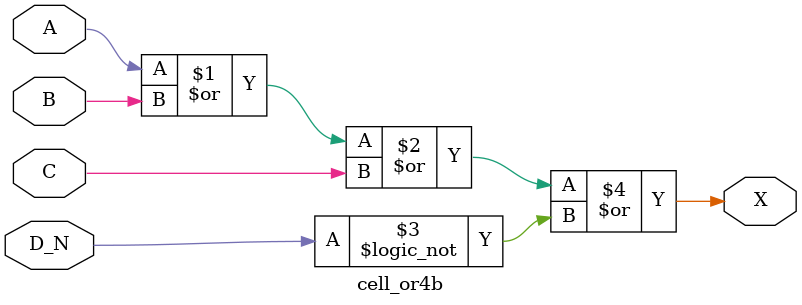
<source format=v>
`timescale 1ps/1ps
module cell_or4b
(
    input wire A,
    input wire B,
    input wire C,
    input wire D_N,
    output wire X
);
    assign X = A | B | C | !D_N;
endmodule

</source>
